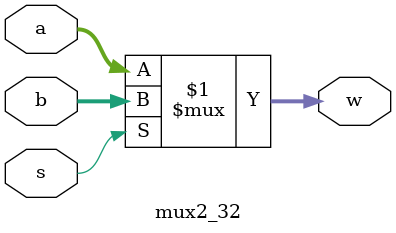
<source format=v>
`timescale 1ns/1ns
module mux2_32(
    input [31:0] a, b,
    input s,
    output [31:0] w
);
    assign w = s ? b : a;
endmodule
</source>
